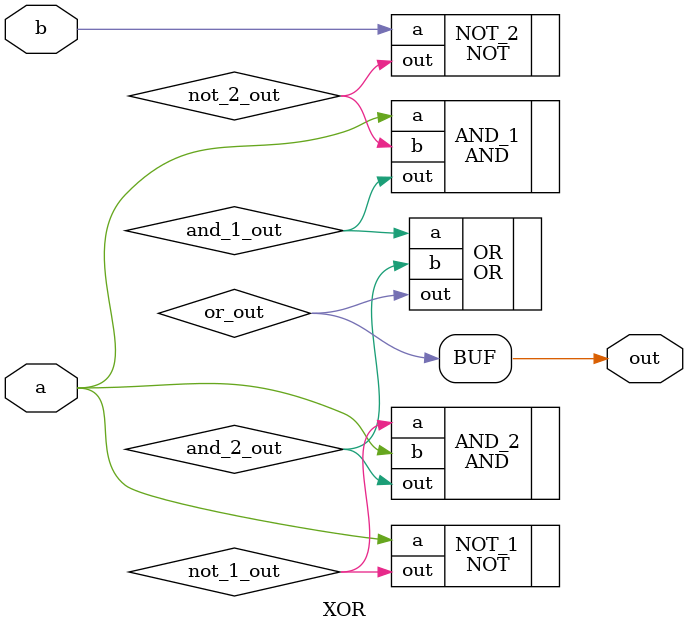
<source format=v>

module XOR
(
    input  a,
    input  b,
    output out
);

// | a | b | out |
// | - | - | --- |
// | 0 | 0 | 0   |
// | 0 | 1 | 1   | (NOT(a) AND b)
// | 1 | 0 | 1   | (a AND NOT(b))
// | 1 | 1 | 0   |

// (NOT(a) AND b) OR (a AND NOT(b))

// You can actually make this assign out = (a ^ b); because ^ is a bitwise XOR operator if you wanted to
// another way to do this is just assign out = ((~a & b) | (a & ~b));
// but since this is a composite, let's try and do it at the elementary gate level
// I will probably get this wrong, but doing it early anyways...

wire not_1_out;

NOT NOT_1
(
    .a(a),
    .out(not_1_out)
);

wire not_2_out;

NOT NOT_2
(
    .a(b),
    .out(not_2_out)
);

wire and_1_out;

AND AND_1
(
    .a(a),
    .b(not_2_out),
    .out(and_1_out)
);

wire and_2_out;

AND AND_2
(
    .a(not_1_out),
    .b(a),
    .out(and_2_out)
);

wire or_out;

OR OR
(
    .a(and_1_out),
    .b(and_2_out),
    .out(or_out)
);

assign out = or_out; // voila jtXOR.v is complete

endmodule

</source>
